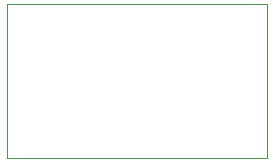
<source format=gbr>
%TF.GenerationSoftware,KiCad,Pcbnew,8.0.5*%
%TF.CreationDate,2024-10-14T16:25:54-04:00*%
%TF.ProjectId,motor_dev,6d6f746f-725f-4646-9576-2e6b69636164,rev?*%
%TF.SameCoordinates,Original*%
%TF.FileFunction,Profile,NP*%
%FSLAX46Y46*%
G04 Gerber Fmt 4.6, Leading zero omitted, Abs format (unit mm)*
G04 Created by KiCad (PCBNEW 8.0.5) date 2024-10-14 16:25:54*
%MOMM*%
%LPD*%
G01*
G04 APERTURE LIST*
%TA.AperFunction,Profile*%
%ADD10C,0.050000*%
%TD*%
G04 APERTURE END LIST*
D10*
X154500000Y-88000000D02*
X176500000Y-88000000D01*
X176500000Y-101000000D01*
X154500000Y-101000000D01*
X154500000Y-88000000D01*
M02*

</source>
